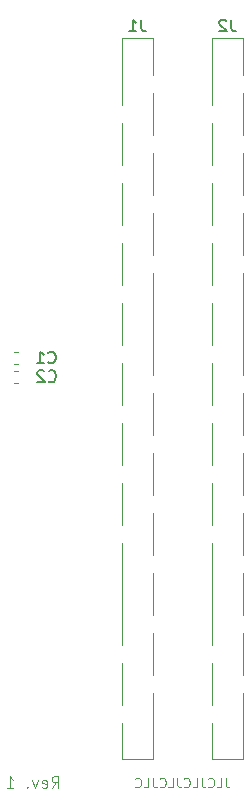
<source format=gbr>
G04 #@! TF.GenerationSoftware,KiCad,Pcbnew,9.0.6-9.0.6~ubuntu25.10.1*
G04 #@! TF.CreationDate,2025-12-01T20:39:10+09:00*
G04 #@! TF.ProjectId,bionic-z280,62696f6e-6963-42d7-9a32-38302e6b6963,1*
G04 #@! TF.SameCoordinates,Original*
G04 #@! TF.FileFunction,Legend,Bot*
G04 #@! TF.FilePolarity,Positive*
%FSLAX46Y46*%
G04 Gerber Fmt 4.6, Leading zero omitted, Abs format (unit mm)*
G04 Created by KiCad (PCBNEW 9.0.6-9.0.6~ubuntu25.10.1) date 2025-12-01 20:39:10*
%MOMM*%
%LPD*%
G01*
G04 APERTURE LIST*
%ADD10C,0.100000*%
%ADD11C,0.125000*%
%ADD12C,0.150000*%
%ADD13C,0.120000*%
G04 APERTURE END LIST*
D10*
X117395238Y-136406895D02*
X117395238Y-136978323D01*
X117395238Y-136978323D02*
X117433333Y-137092609D01*
X117433333Y-137092609D02*
X117509524Y-137168800D01*
X117509524Y-137168800D02*
X117623809Y-137206895D01*
X117623809Y-137206895D02*
X117700000Y-137206895D01*
X116633333Y-137206895D02*
X117014285Y-137206895D01*
X117014285Y-137206895D02*
X117014285Y-136406895D01*
X115909523Y-137130704D02*
X115947619Y-137168800D01*
X115947619Y-137168800D02*
X116061904Y-137206895D01*
X116061904Y-137206895D02*
X116138095Y-137206895D01*
X116138095Y-137206895D02*
X116252381Y-137168800D01*
X116252381Y-137168800D02*
X116328571Y-137092609D01*
X116328571Y-137092609D02*
X116366666Y-137016419D01*
X116366666Y-137016419D02*
X116404762Y-136864038D01*
X116404762Y-136864038D02*
X116404762Y-136749752D01*
X116404762Y-136749752D02*
X116366666Y-136597371D01*
X116366666Y-136597371D02*
X116328571Y-136521180D01*
X116328571Y-136521180D02*
X116252381Y-136444990D01*
X116252381Y-136444990D02*
X116138095Y-136406895D01*
X116138095Y-136406895D02*
X116061904Y-136406895D01*
X116061904Y-136406895D02*
X115947619Y-136444990D01*
X115947619Y-136444990D02*
X115909523Y-136483085D01*
X115338095Y-136406895D02*
X115338095Y-136978323D01*
X115338095Y-136978323D02*
X115376190Y-137092609D01*
X115376190Y-137092609D02*
X115452381Y-137168800D01*
X115452381Y-137168800D02*
X115566666Y-137206895D01*
X115566666Y-137206895D02*
X115642857Y-137206895D01*
X114576190Y-137206895D02*
X114957142Y-137206895D01*
X114957142Y-137206895D02*
X114957142Y-136406895D01*
X113852380Y-137130704D02*
X113890476Y-137168800D01*
X113890476Y-137168800D02*
X114004761Y-137206895D01*
X114004761Y-137206895D02*
X114080952Y-137206895D01*
X114080952Y-137206895D02*
X114195238Y-137168800D01*
X114195238Y-137168800D02*
X114271428Y-137092609D01*
X114271428Y-137092609D02*
X114309523Y-137016419D01*
X114309523Y-137016419D02*
X114347619Y-136864038D01*
X114347619Y-136864038D02*
X114347619Y-136749752D01*
X114347619Y-136749752D02*
X114309523Y-136597371D01*
X114309523Y-136597371D02*
X114271428Y-136521180D01*
X114271428Y-136521180D02*
X114195238Y-136444990D01*
X114195238Y-136444990D02*
X114080952Y-136406895D01*
X114080952Y-136406895D02*
X114004761Y-136406895D01*
X114004761Y-136406895D02*
X113890476Y-136444990D01*
X113890476Y-136444990D02*
X113852380Y-136483085D01*
X113280952Y-136406895D02*
X113280952Y-136978323D01*
X113280952Y-136978323D02*
X113319047Y-137092609D01*
X113319047Y-137092609D02*
X113395238Y-137168800D01*
X113395238Y-137168800D02*
X113509523Y-137206895D01*
X113509523Y-137206895D02*
X113585714Y-137206895D01*
X112519047Y-137206895D02*
X112899999Y-137206895D01*
X112899999Y-137206895D02*
X112899999Y-136406895D01*
X111795237Y-137130704D02*
X111833333Y-137168800D01*
X111833333Y-137168800D02*
X111947618Y-137206895D01*
X111947618Y-137206895D02*
X112023809Y-137206895D01*
X112023809Y-137206895D02*
X112138095Y-137168800D01*
X112138095Y-137168800D02*
X112214285Y-137092609D01*
X112214285Y-137092609D02*
X112252380Y-137016419D01*
X112252380Y-137016419D02*
X112290476Y-136864038D01*
X112290476Y-136864038D02*
X112290476Y-136749752D01*
X112290476Y-136749752D02*
X112252380Y-136597371D01*
X112252380Y-136597371D02*
X112214285Y-136521180D01*
X112214285Y-136521180D02*
X112138095Y-136444990D01*
X112138095Y-136444990D02*
X112023809Y-136406895D01*
X112023809Y-136406895D02*
X111947618Y-136406895D01*
X111947618Y-136406895D02*
X111833333Y-136444990D01*
X111833333Y-136444990D02*
X111795237Y-136483085D01*
X111223809Y-136406895D02*
X111223809Y-136978323D01*
X111223809Y-136978323D02*
X111261904Y-137092609D01*
X111261904Y-137092609D02*
X111338095Y-137168800D01*
X111338095Y-137168800D02*
X111452380Y-137206895D01*
X111452380Y-137206895D02*
X111528571Y-137206895D01*
X110461904Y-137206895D02*
X110842856Y-137206895D01*
X110842856Y-137206895D02*
X110842856Y-136406895D01*
X109738094Y-137130704D02*
X109776190Y-137168800D01*
X109776190Y-137168800D02*
X109890475Y-137206895D01*
X109890475Y-137206895D02*
X109966666Y-137206895D01*
X109966666Y-137206895D02*
X110080952Y-137168800D01*
X110080952Y-137168800D02*
X110157142Y-137092609D01*
X110157142Y-137092609D02*
X110195237Y-137016419D01*
X110195237Y-137016419D02*
X110233333Y-136864038D01*
X110233333Y-136864038D02*
X110233333Y-136749752D01*
X110233333Y-136749752D02*
X110195237Y-136597371D01*
X110195237Y-136597371D02*
X110157142Y-136521180D01*
X110157142Y-136521180D02*
X110080952Y-136444990D01*
X110080952Y-136444990D02*
X109966666Y-136406895D01*
X109966666Y-136406895D02*
X109890475Y-136406895D01*
X109890475Y-136406895D02*
X109776190Y-136444990D01*
X109776190Y-136444990D02*
X109738094Y-136483085D01*
D11*
X102648240Y-137258119D02*
X102981573Y-136781928D01*
X103219668Y-137258119D02*
X103219668Y-136258119D01*
X103219668Y-136258119D02*
X102838716Y-136258119D01*
X102838716Y-136258119D02*
X102743478Y-136305738D01*
X102743478Y-136305738D02*
X102695859Y-136353357D01*
X102695859Y-136353357D02*
X102648240Y-136448595D01*
X102648240Y-136448595D02*
X102648240Y-136591452D01*
X102648240Y-136591452D02*
X102695859Y-136686690D01*
X102695859Y-136686690D02*
X102743478Y-136734309D01*
X102743478Y-136734309D02*
X102838716Y-136781928D01*
X102838716Y-136781928D02*
X103219668Y-136781928D01*
X101838716Y-137210500D02*
X101933954Y-137258119D01*
X101933954Y-137258119D02*
X102124430Y-137258119D01*
X102124430Y-137258119D02*
X102219668Y-137210500D01*
X102219668Y-137210500D02*
X102267287Y-137115261D01*
X102267287Y-137115261D02*
X102267287Y-136734309D01*
X102267287Y-136734309D02*
X102219668Y-136639071D01*
X102219668Y-136639071D02*
X102124430Y-136591452D01*
X102124430Y-136591452D02*
X101933954Y-136591452D01*
X101933954Y-136591452D02*
X101838716Y-136639071D01*
X101838716Y-136639071D02*
X101791097Y-136734309D01*
X101791097Y-136734309D02*
X101791097Y-136829547D01*
X101791097Y-136829547D02*
X102267287Y-136924785D01*
X101457763Y-136591452D02*
X101219668Y-137258119D01*
X101219668Y-137258119D02*
X100981573Y-136591452D01*
X100600620Y-137162880D02*
X100553001Y-137210500D01*
X100553001Y-137210500D02*
X100600620Y-137258119D01*
X100600620Y-137258119D02*
X100648239Y-137210500D01*
X100648239Y-137210500D02*
X100600620Y-137162880D01*
X100600620Y-137162880D02*
X100600620Y-137258119D01*
X98838716Y-137258119D02*
X99410144Y-137258119D01*
X99124430Y-137258119D02*
X99124430Y-136258119D01*
X99124430Y-136258119D02*
X99219668Y-136400976D01*
X99219668Y-136400976D02*
X99314906Y-136496214D01*
X99314906Y-136496214D02*
X99410144Y-136543833D01*
D12*
X117843333Y-72204819D02*
X117843333Y-72919104D01*
X117843333Y-72919104D02*
X117890952Y-73061961D01*
X117890952Y-73061961D02*
X117986190Y-73157200D01*
X117986190Y-73157200D02*
X118129047Y-73204819D01*
X118129047Y-73204819D02*
X118224285Y-73204819D01*
X117414761Y-72300057D02*
X117367142Y-72252438D01*
X117367142Y-72252438D02*
X117271904Y-72204819D01*
X117271904Y-72204819D02*
X117033809Y-72204819D01*
X117033809Y-72204819D02*
X116938571Y-72252438D01*
X116938571Y-72252438D02*
X116890952Y-72300057D01*
X116890952Y-72300057D02*
X116843333Y-72395295D01*
X116843333Y-72395295D02*
X116843333Y-72490533D01*
X116843333Y-72490533D02*
X116890952Y-72633390D01*
X116890952Y-72633390D02*
X117462380Y-73204819D01*
X117462380Y-73204819D02*
X116843333Y-73204819D01*
X102361566Y-101220580D02*
X102409185Y-101268200D01*
X102409185Y-101268200D02*
X102552042Y-101315819D01*
X102552042Y-101315819D02*
X102647280Y-101315819D01*
X102647280Y-101315819D02*
X102790137Y-101268200D01*
X102790137Y-101268200D02*
X102885375Y-101172961D01*
X102885375Y-101172961D02*
X102932994Y-101077723D01*
X102932994Y-101077723D02*
X102980613Y-100887247D01*
X102980613Y-100887247D02*
X102980613Y-100744390D01*
X102980613Y-100744390D02*
X102932994Y-100553914D01*
X102932994Y-100553914D02*
X102885375Y-100458676D01*
X102885375Y-100458676D02*
X102790137Y-100363438D01*
X102790137Y-100363438D02*
X102647280Y-100315819D01*
X102647280Y-100315819D02*
X102552042Y-100315819D01*
X102552042Y-100315819D02*
X102409185Y-100363438D01*
X102409185Y-100363438D02*
X102361566Y-100411057D01*
X101409185Y-101315819D02*
X101980613Y-101315819D01*
X101694899Y-101315819D02*
X101694899Y-100315819D01*
X101694899Y-100315819D02*
X101790137Y-100458676D01*
X101790137Y-100458676D02*
X101885375Y-100553914D01*
X101885375Y-100553914D02*
X101980613Y-100601533D01*
X110223333Y-72204819D02*
X110223333Y-72919104D01*
X110223333Y-72919104D02*
X110270952Y-73061961D01*
X110270952Y-73061961D02*
X110366190Y-73157200D01*
X110366190Y-73157200D02*
X110509047Y-73204819D01*
X110509047Y-73204819D02*
X110604285Y-73204819D01*
X109223333Y-73204819D02*
X109794761Y-73204819D01*
X109509047Y-73204819D02*
X109509047Y-72204819D01*
X109509047Y-72204819D02*
X109604285Y-72347676D01*
X109604285Y-72347676D02*
X109699523Y-72442914D01*
X109699523Y-72442914D02*
X109794761Y-72490533D01*
X102386966Y-102795380D02*
X102434585Y-102843000D01*
X102434585Y-102843000D02*
X102577442Y-102890619D01*
X102577442Y-102890619D02*
X102672680Y-102890619D01*
X102672680Y-102890619D02*
X102815537Y-102843000D01*
X102815537Y-102843000D02*
X102910775Y-102747761D01*
X102910775Y-102747761D02*
X102958394Y-102652523D01*
X102958394Y-102652523D02*
X103006013Y-102462047D01*
X103006013Y-102462047D02*
X103006013Y-102319190D01*
X103006013Y-102319190D02*
X102958394Y-102128714D01*
X102958394Y-102128714D02*
X102910775Y-102033476D01*
X102910775Y-102033476D02*
X102815537Y-101938238D01*
X102815537Y-101938238D02*
X102672680Y-101890619D01*
X102672680Y-101890619D02*
X102577442Y-101890619D01*
X102577442Y-101890619D02*
X102434585Y-101938238D01*
X102434585Y-101938238D02*
X102386966Y-101985857D01*
X102006013Y-101985857D02*
X101958394Y-101938238D01*
X101958394Y-101938238D02*
X101863156Y-101890619D01*
X101863156Y-101890619D02*
X101625061Y-101890619D01*
X101625061Y-101890619D02*
X101529823Y-101938238D01*
X101529823Y-101938238D02*
X101482204Y-101985857D01*
X101482204Y-101985857D02*
X101434585Y-102081095D01*
X101434585Y-102081095D02*
X101434585Y-102176333D01*
X101434585Y-102176333D02*
X101482204Y-102319190D01*
X101482204Y-102319190D02*
X102053632Y-102890619D01*
X102053632Y-102890619D02*
X101434585Y-102890619D01*
D13*
X116180000Y-74320000D02*
X116180000Y-73750000D01*
X116180000Y-79400000D02*
X116180000Y-74320000D01*
X116180000Y-84480000D02*
X116180000Y-80920000D01*
X116180000Y-89560000D02*
X116180000Y-86000000D01*
X116180000Y-94640000D02*
X116180000Y-91080000D01*
X116180000Y-99720000D02*
X116180000Y-96160000D01*
X116180000Y-104800000D02*
X116180000Y-101240000D01*
X116180000Y-109880000D02*
X116180000Y-106320000D01*
X116180000Y-114960000D02*
X116180000Y-111400000D01*
X116180000Y-121560000D02*
X116180000Y-116480000D01*
X116180000Y-125120000D02*
X116180000Y-121560000D01*
X116180000Y-130200000D02*
X116180000Y-126640000D01*
X116180000Y-134830000D02*
X116180000Y-131720000D01*
X118840000Y-73750000D02*
X116180000Y-73750000D01*
X118840000Y-76860000D02*
X118840000Y-73750000D01*
X118840000Y-81940000D02*
X118840000Y-78380000D01*
X118840000Y-87020000D02*
X118840000Y-83460000D01*
X118840000Y-92100000D02*
X118840000Y-88540000D01*
X118840000Y-98700000D02*
X118840000Y-93620000D01*
X118840000Y-102260000D02*
X118840000Y-98700000D01*
X118840000Y-107340000D02*
X118840000Y-103780000D01*
X118840000Y-112420000D02*
X118840000Y-108860000D01*
X118840000Y-117500000D02*
X118840000Y-113940000D01*
X118840000Y-122580000D02*
X118840000Y-119020000D01*
X118840000Y-127660000D02*
X118840000Y-124100000D01*
X118840000Y-134260000D02*
X118840000Y-129180000D01*
X118840000Y-134830000D02*
X116180000Y-134830000D01*
X118840000Y-134830000D02*
X118840000Y-134260000D01*
X99483233Y-100351000D02*
X99775767Y-100351000D01*
X99483233Y-101371000D02*
X99775767Y-101371000D01*
X108560000Y-75840000D02*
X108560000Y-73750000D01*
X108560000Y-79400000D02*
X108560000Y-75840000D01*
X108560000Y-84480000D02*
X108560000Y-80920000D01*
X108560000Y-89560000D02*
X108560000Y-86000000D01*
X108560000Y-94640000D02*
X108560000Y-91080000D01*
X108560000Y-99720000D02*
X108560000Y-96160000D01*
X108560000Y-104800000D02*
X108560000Y-101240000D01*
X108560000Y-109880000D02*
X108560000Y-106320000D01*
X108560000Y-114960000D02*
X108560000Y-111400000D01*
X108560000Y-121560000D02*
X108560000Y-116480000D01*
X108560000Y-125120000D02*
X108560000Y-121560000D01*
X108560000Y-130200000D02*
X108560000Y-126640000D01*
X108560000Y-134830000D02*
X108560000Y-131720000D01*
X111220000Y-73750000D02*
X108560000Y-73750000D01*
X111220000Y-76860000D02*
X111220000Y-73750000D01*
X111220000Y-81940000D02*
X111220000Y-78380000D01*
X111220000Y-87020000D02*
X111220000Y-83460000D01*
X111220000Y-92100000D02*
X111220000Y-88540000D01*
X111220000Y-98700000D02*
X111220000Y-93620000D01*
X111220000Y-102260000D02*
X111220000Y-98700000D01*
X111220000Y-107340000D02*
X111220000Y-103780000D01*
X111220000Y-112420000D02*
X111220000Y-108860000D01*
X111220000Y-117500000D02*
X111220000Y-113940000D01*
X111220000Y-122580000D02*
X111220000Y-119020000D01*
X111220000Y-127660000D02*
X111220000Y-124100000D01*
X111220000Y-134260000D02*
X111220000Y-129180000D01*
X111220000Y-134830000D02*
X108560000Y-134830000D01*
X111220000Y-134830000D02*
X111220000Y-134260000D01*
X99483233Y-101925800D02*
X99775767Y-101925800D01*
X99483233Y-102945800D02*
X99775767Y-102945800D01*
M02*

</source>
